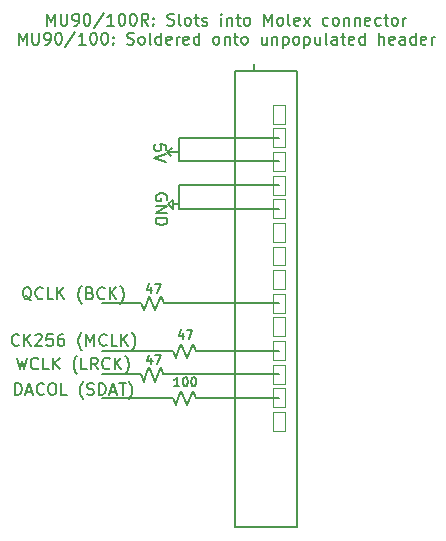
<source format=gbr>
%TF.GenerationSoftware,KiCad,Pcbnew,(6.0.1)*%
%TF.CreationDate,2022-07-17T11:53:55-07:00*%
%TF.ProjectId,mu100-dit-connector-board,6d753130-302d-4646-9974-2d636f6e6e65,rev?*%
%TF.SameCoordinates,PX4a615b8PY2b4db18*%
%TF.FileFunction,Other,Comment*%
%FSLAX46Y46*%
G04 Gerber Fmt 4.6, Leading zero omitted, Abs format (unit mm)*
G04 Created by KiCad (PCBNEW (6.0.1)) date 2022-07-17 11:53:55*
%MOMM*%
%LPD*%
G01*
G04 APERTURE LIST*
%ADD10C,0.150000*%
%ADD11C,0.100000*%
G04 APERTURE END LIST*
D10*
X71748400Y-72672000D02*
X71508400Y-73272000D01*
D11*
X80515900Y-76032000D02*
X79518400Y-76032000D01*
X79518400Y-76032000D02*
X79518400Y-74432000D01*
X79518400Y-74432000D02*
X80515900Y-74432000D01*
X80515900Y-74432000D02*
X80515900Y-76032000D01*
X80513400Y-58032000D02*
X79515900Y-58032000D01*
X79515900Y-58032000D02*
X79515900Y-56432000D01*
X79515900Y-56432000D02*
X80513400Y-56432000D01*
X80513400Y-56432000D02*
X80513400Y-58032000D01*
D10*
X72708400Y-72672000D02*
X72468400Y-73272000D01*
X69278400Y-71262000D02*
X69038400Y-70662000D01*
X73478400Y-65232000D02*
X79988400Y-65232000D01*
D11*
X80513400Y-64032000D02*
X79515900Y-64032000D01*
X79515900Y-64032000D02*
X79515900Y-62432000D01*
X79515900Y-62432000D02*
X80513400Y-62432000D01*
X80513400Y-62432000D02*
X80513400Y-64032000D01*
D10*
X70008400Y-64632000D02*
X69768400Y-65232000D01*
D11*
X80518400Y-60032000D02*
X79520900Y-60032000D01*
X79520900Y-60032000D02*
X79520900Y-58432000D01*
X79520900Y-58432000D02*
X80518400Y-58432000D01*
X80518400Y-58432000D02*
X80518400Y-60032000D01*
D10*
X73528400Y-53212000D02*
X71558400Y-53212000D01*
X77898400Y-44942000D02*
X77898400Y-45552000D01*
X72948400Y-69252000D02*
X72708400Y-68652000D01*
X71748400Y-68652000D02*
X71508400Y-69252000D01*
X70238400Y-71262000D02*
X69998400Y-70662000D01*
X67798400Y-65232000D02*
X68328400Y-65232000D01*
X69288400Y-65232000D02*
X69048400Y-64632000D01*
X70238400Y-71262000D02*
X70768400Y-71262000D01*
X68558400Y-71862000D02*
X68798400Y-71262000D01*
X68568400Y-65832000D02*
X68808400Y-65232000D01*
D11*
X80520900Y-74032000D02*
X79523400Y-74032000D01*
X79523400Y-74032000D02*
X79523400Y-72432000D01*
X79523400Y-72432000D02*
X80520900Y-72432000D01*
X80520900Y-72432000D02*
X80520900Y-74032000D01*
D10*
X69518400Y-71862000D02*
X69758400Y-71262000D01*
X67788400Y-71262000D02*
X68318400Y-71262000D01*
D11*
X80518400Y-56032000D02*
X79520900Y-56032000D01*
X79520900Y-56032000D02*
X79520900Y-54432000D01*
X79520900Y-54432000D02*
X80518400Y-54432000D01*
X80518400Y-54432000D02*
X80518400Y-56032000D01*
D10*
X72948400Y-69252000D02*
X73478400Y-69252000D01*
X70778400Y-65232000D02*
X73488400Y-65232000D01*
D11*
X80515900Y-52032000D02*
X79518400Y-52032000D01*
X79518400Y-52032000D02*
X79518400Y-50432000D01*
X79518400Y-50432000D02*
X80515900Y-50432000D01*
X80515900Y-50432000D02*
X80515900Y-52032000D01*
D10*
X70498400Y-69252000D02*
X71028400Y-69252000D01*
X68328400Y-65232000D02*
X68568400Y-65832000D01*
D11*
X80515900Y-56032000D02*
X79518400Y-56032000D01*
X79518400Y-56032000D02*
X79518400Y-54432000D01*
X79518400Y-54432000D02*
X80515900Y-54432000D01*
X80515900Y-54432000D02*
X80515900Y-56032000D01*
D10*
X68318400Y-71262000D02*
X68558400Y-71862000D01*
X72708400Y-68652000D02*
X72468400Y-69252000D01*
X69038400Y-70662000D02*
X68798400Y-71262000D01*
D11*
X80518400Y-66032000D02*
X79520900Y-66032000D01*
X79520900Y-66032000D02*
X79520900Y-64432000D01*
X79520900Y-64432000D02*
X80518400Y-64432000D01*
X80518400Y-64432000D02*
X80518400Y-66032000D01*
D10*
X72948400Y-73272000D02*
X73478400Y-73272000D01*
D11*
X80515900Y-68032000D02*
X79518400Y-68032000D01*
X79518400Y-68032000D02*
X79518400Y-66432000D01*
X79518400Y-66432000D02*
X80515900Y-66432000D01*
X80515900Y-66432000D02*
X80515900Y-68032000D01*
D10*
X71268400Y-73872000D02*
X71508400Y-73272000D01*
D11*
X80520900Y-68032000D02*
X79523400Y-68032000D01*
X79523400Y-68032000D02*
X79523400Y-66432000D01*
X79523400Y-66432000D02*
X80520900Y-66432000D01*
X80520900Y-66432000D02*
X80520900Y-68032000D01*
X80523400Y-72032000D02*
X79525900Y-72032000D01*
X79525900Y-72032000D02*
X79525900Y-70432000D01*
X79525900Y-70432000D02*
X80523400Y-70432000D01*
X80523400Y-70432000D02*
X80523400Y-72032000D01*
D10*
X69278400Y-71262000D02*
X69518400Y-71862000D01*
D11*
X80518400Y-70032000D02*
X79520900Y-70032000D01*
X79520900Y-70032000D02*
X79520900Y-68432000D01*
X79520900Y-68432000D02*
X80518400Y-68432000D01*
X80518400Y-68432000D02*
X80518400Y-70032000D01*
D10*
X72228400Y-69852000D02*
X72468400Y-69252000D01*
X73478400Y-71262000D02*
X79988400Y-71262000D01*
X73478400Y-53222000D02*
X79988400Y-53222000D01*
X71578400Y-55212000D02*
X73458400Y-55212000D01*
X72228400Y-73872000D02*
X72468400Y-73272000D01*
X71988400Y-69252000D02*
X71748400Y-68652000D01*
X73478400Y-69252000D02*
X79988400Y-69252000D01*
X71068400Y-56867000D02*
X71068400Y-57257000D01*
X71988400Y-73272000D02*
X71748400Y-72672000D01*
X73478400Y-51212000D02*
X71558400Y-51212000D01*
X71038400Y-57252000D02*
X70658400Y-56872000D01*
X73538400Y-57272000D02*
X71578400Y-57272000D01*
X71988400Y-69252000D02*
X72228400Y-69852000D01*
X69528400Y-65832000D02*
X69768400Y-65232000D01*
X69048400Y-64632000D02*
X68808400Y-65232000D01*
X71558400Y-53212000D02*
X71558400Y-52412000D01*
X71028400Y-73272000D02*
X71268400Y-73872000D01*
D11*
X80520900Y-54032000D02*
X79523400Y-54032000D01*
X79523400Y-54032000D02*
X79523400Y-52432000D01*
X79523400Y-52432000D02*
X80520900Y-52432000D01*
X80520900Y-52432000D02*
X80520900Y-54032000D01*
D10*
X70558400Y-52412000D02*
X71578400Y-52412000D01*
X73478400Y-55232000D02*
X79988400Y-55232000D01*
X71578400Y-57272000D02*
X71578400Y-55212000D01*
X70248400Y-65232000D02*
X70008400Y-64632000D01*
X70908400Y-52782000D02*
X70558400Y-52432000D01*
X65028400Y-65232000D02*
X67798400Y-65232000D01*
X70248400Y-65232000D02*
X70778400Y-65232000D01*
X71558400Y-51212000D02*
X71558400Y-52412000D01*
X71988400Y-73272000D02*
X72228400Y-73872000D01*
X73478400Y-73272000D02*
X79988400Y-73272000D01*
X70768400Y-71262000D02*
X73478400Y-71262000D01*
D11*
X80518400Y-50032000D02*
X79520900Y-50032000D01*
X79520900Y-50032000D02*
X79520900Y-48432000D01*
X79520900Y-48432000D02*
X80518400Y-48432000D01*
X80518400Y-48432000D02*
X80518400Y-50032000D01*
D10*
X71068400Y-56862000D02*
X71568400Y-56862000D01*
X65018400Y-73272000D02*
X71028400Y-73272000D01*
D11*
X80515900Y-62032000D02*
X79518400Y-62032000D01*
X79518400Y-62032000D02*
X79518400Y-60432000D01*
X79518400Y-60432000D02*
X80515900Y-60432000D01*
X80515900Y-60432000D02*
X80515900Y-62032000D01*
D10*
X72948400Y-73272000D02*
X72708400Y-72672000D01*
X71068400Y-56462000D02*
X71068400Y-56862000D01*
D11*
X80515900Y-62032000D02*
X79518400Y-62032000D01*
X79518400Y-62032000D02*
X79518400Y-60432000D01*
X79518400Y-60432000D02*
X80515900Y-60432000D01*
X80515900Y-60432000D02*
X80515900Y-62032000D01*
X80518400Y-74032000D02*
X79520900Y-74032000D01*
X79520900Y-74032000D02*
X79520900Y-72432000D01*
X79520900Y-72432000D02*
X80518400Y-72432000D01*
X80518400Y-72432000D02*
X80518400Y-74032000D01*
D10*
X65018400Y-69252000D02*
X70498400Y-69252000D01*
X65018400Y-71262000D02*
X67788400Y-71262000D01*
X69998400Y-70662000D02*
X69758400Y-71262000D01*
X71268400Y-69852000D02*
X71508400Y-69252000D01*
X70658400Y-56872000D02*
X71068400Y-56462000D01*
X73478400Y-57242000D02*
X79988400Y-57242000D01*
X73478400Y-51212000D02*
X79988400Y-51212000D01*
X70918400Y-52072000D02*
X70558400Y-52432000D01*
X69288400Y-65232000D02*
X69528400Y-65832000D01*
X81518400Y-84197000D02*
X76318400Y-84197000D01*
X76318400Y-84197000D02*
X76318400Y-45557000D01*
X76318400Y-45557000D02*
X81518400Y-45557000D01*
X81518400Y-45557000D02*
X81518400Y-84197000D01*
X71028400Y-69252000D02*
X71268400Y-69852000D01*
X57990542Y-68744142D02*
X57942923Y-68791761D01*
X57800066Y-68839380D01*
X57704828Y-68839380D01*
X57561971Y-68791761D01*
X57466733Y-68696523D01*
X57419114Y-68601285D01*
X57371495Y-68410809D01*
X57371495Y-68267952D01*
X57419114Y-68077476D01*
X57466733Y-67982238D01*
X57561971Y-67887000D01*
X57704828Y-67839380D01*
X57800066Y-67839380D01*
X57942923Y-67887000D01*
X57990542Y-67934619D01*
X58419114Y-68839380D02*
X58419114Y-67839380D01*
X58990542Y-68839380D02*
X58561971Y-68267952D01*
X58990542Y-67839380D02*
X58419114Y-68410809D01*
X59371495Y-67934619D02*
X59419114Y-67887000D01*
X59514352Y-67839380D01*
X59752447Y-67839380D01*
X59847685Y-67887000D01*
X59895304Y-67934619D01*
X59942923Y-68029857D01*
X59942923Y-68125095D01*
X59895304Y-68267952D01*
X59323876Y-68839380D01*
X59942923Y-68839380D01*
X60847685Y-67839380D02*
X60371495Y-67839380D01*
X60323876Y-68315571D01*
X60371495Y-68267952D01*
X60466733Y-68220333D01*
X60704828Y-68220333D01*
X60800066Y-68267952D01*
X60847685Y-68315571D01*
X60895304Y-68410809D01*
X60895304Y-68648904D01*
X60847685Y-68744142D01*
X60800066Y-68791761D01*
X60704828Y-68839380D01*
X60466733Y-68839380D01*
X60371495Y-68791761D01*
X60323876Y-68744142D01*
X61752447Y-67839380D02*
X61561971Y-67839380D01*
X61466733Y-67887000D01*
X61419114Y-67934619D01*
X61323876Y-68077476D01*
X61276257Y-68267952D01*
X61276257Y-68648904D01*
X61323876Y-68744142D01*
X61371495Y-68791761D01*
X61466733Y-68839380D01*
X61657209Y-68839380D01*
X61752447Y-68791761D01*
X61800066Y-68744142D01*
X61847685Y-68648904D01*
X61847685Y-68410809D01*
X61800066Y-68315571D01*
X61752447Y-68267952D01*
X61657209Y-68220333D01*
X61466733Y-68220333D01*
X61371495Y-68267952D01*
X61323876Y-68315571D01*
X61276257Y-68410809D01*
X63323876Y-69220333D02*
X63276257Y-69172714D01*
X63181019Y-69029857D01*
X63133400Y-68934619D01*
X63085780Y-68791761D01*
X63038161Y-68553666D01*
X63038161Y-68363190D01*
X63085780Y-68125095D01*
X63133400Y-67982238D01*
X63181019Y-67887000D01*
X63276257Y-67744142D01*
X63323876Y-67696523D01*
X63704828Y-68839380D02*
X63704828Y-67839380D01*
X64038161Y-68553666D01*
X64371495Y-67839380D01*
X64371495Y-68839380D01*
X65419114Y-68744142D02*
X65371495Y-68791761D01*
X65228638Y-68839380D01*
X65133400Y-68839380D01*
X64990542Y-68791761D01*
X64895304Y-68696523D01*
X64847685Y-68601285D01*
X64800066Y-68410809D01*
X64800066Y-68267952D01*
X64847685Y-68077476D01*
X64895304Y-67982238D01*
X64990542Y-67887000D01*
X65133400Y-67839380D01*
X65228638Y-67839380D01*
X65371495Y-67887000D01*
X65419114Y-67934619D01*
X66323876Y-68839380D02*
X65847685Y-68839380D01*
X65847685Y-67839380D01*
X66657209Y-68839380D02*
X66657209Y-67839380D01*
X67228638Y-68839380D02*
X66800066Y-68267952D01*
X67228638Y-67839380D02*
X66657209Y-68410809D01*
X67561971Y-69220333D02*
X67609590Y-69172714D01*
X67704828Y-69029857D01*
X67752447Y-68934619D01*
X67800066Y-68791761D01*
X67847685Y-68553666D01*
X67847685Y-68363190D01*
X67800066Y-68125095D01*
X67752447Y-67982238D01*
X67704828Y-67887000D01*
X67609590Y-67744142D01*
X67561971Y-67696523D01*
X59061971Y-64984619D02*
X58966733Y-64937000D01*
X58871495Y-64841761D01*
X58728638Y-64698904D01*
X58633400Y-64651285D01*
X58538161Y-64651285D01*
X58585780Y-64889380D02*
X58490542Y-64841761D01*
X58395304Y-64746523D01*
X58347685Y-64556047D01*
X58347685Y-64222714D01*
X58395304Y-64032238D01*
X58490542Y-63937000D01*
X58585780Y-63889380D01*
X58776257Y-63889380D01*
X58871495Y-63937000D01*
X58966733Y-64032238D01*
X59014352Y-64222714D01*
X59014352Y-64556047D01*
X58966733Y-64746523D01*
X58871495Y-64841761D01*
X58776257Y-64889380D01*
X58585780Y-64889380D01*
X60014352Y-64794142D02*
X59966733Y-64841761D01*
X59823876Y-64889380D01*
X59728638Y-64889380D01*
X59585780Y-64841761D01*
X59490542Y-64746523D01*
X59442923Y-64651285D01*
X59395304Y-64460809D01*
X59395304Y-64317952D01*
X59442923Y-64127476D01*
X59490542Y-64032238D01*
X59585780Y-63937000D01*
X59728638Y-63889380D01*
X59823876Y-63889380D01*
X59966733Y-63937000D01*
X60014352Y-63984619D01*
X60919114Y-64889380D02*
X60442923Y-64889380D01*
X60442923Y-63889380D01*
X61252447Y-64889380D02*
X61252447Y-63889380D01*
X61823876Y-64889380D02*
X61395304Y-64317952D01*
X61823876Y-63889380D02*
X61252447Y-64460809D01*
X63300066Y-65270333D02*
X63252447Y-65222714D01*
X63157209Y-65079857D01*
X63109590Y-64984619D01*
X63061971Y-64841761D01*
X63014352Y-64603666D01*
X63014352Y-64413190D01*
X63061971Y-64175095D01*
X63109590Y-64032238D01*
X63157209Y-63937000D01*
X63252447Y-63794142D01*
X63300066Y-63746523D01*
X64014352Y-64365571D02*
X64157209Y-64413190D01*
X64204828Y-64460809D01*
X64252447Y-64556047D01*
X64252447Y-64698904D01*
X64204828Y-64794142D01*
X64157209Y-64841761D01*
X64061971Y-64889380D01*
X63681019Y-64889380D01*
X63681019Y-63889380D01*
X64014352Y-63889380D01*
X64109590Y-63937000D01*
X64157209Y-63984619D01*
X64204828Y-64079857D01*
X64204828Y-64175095D01*
X64157209Y-64270333D01*
X64109590Y-64317952D01*
X64014352Y-64365571D01*
X63681019Y-64365571D01*
X65252447Y-64794142D02*
X65204828Y-64841761D01*
X65061971Y-64889380D01*
X64966733Y-64889380D01*
X64823876Y-64841761D01*
X64728638Y-64746523D01*
X64681019Y-64651285D01*
X64633400Y-64460809D01*
X64633400Y-64317952D01*
X64681019Y-64127476D01*
X64728638Y-64032238D01*
X64823876Y-63937000D01*
X64966733Y-63889380D01*
X65061971Y-63889380D01*
X65204828Y-63937000D01*
X65252447Y-63984619D01*
X65681019Y-64889380D02*
X65681019Y-63889380D01*
X66252447Y-64889380D02*
X65823876Y-64317952D01*
X66252447Y-63889380D02*
X65681019Y-64460809D01*
X66585780Y-65270333D02*
X66633400Y-65222714D01*
X66728638Y-65079857D01*
X66776257Y-64984619D01*
X66823876Y-64841761D01*
X66871495Y-64603666D01*
X66871495Y-64413190D01*
X66823876Y-64175095D01*
X66776257Y-64032238D01*
X66728638Y-63937000D01*
X66633400Y-63794142D01*
X66585780Y-63746523D01*
X70523400Y-56505095D02*
X70571019Y-56409857D01*
X70571019Y-56267000D01*
X70523400Y-56124142D01*
X70428161Y-56028904D01*
X70332923Y-55981285D01*
X70142447Y-55933666D01*
X69999590Y-55933666D01*
X69809114Y-55981285D01*
X69713876Y-56028904D01*
X69618638Y-56124142D01*
X69571019Y-56267000D01*
X69571019Y-56362238D01*
X69618638Y-56505095D01*
X69666257Y-56552714D01*
X69999590Y-56552714D01*
X69999590Y-56362238D01*
X69571019Y-56981285D02*
X70571019Y-56981285D01*
X69571019Y-57552714D01*
X70571019Y-57552714D01*
X69571019Y-58028904D02*
X70571019Y-58028904D01*
X70571019Y-58267000D01*
X70523400Y-58409857D01*
X70428161Y-58505095D01*
X70332923Y-58552714D01*
X70142447Y-58600333D01*
X69999590Y-58600333D01*
X69809114Y-58552714D01*
X69713876Y-58505095D01*
X69618638Y-58409857D01*
X69571019Y-58267000D01*
X69571019Y-58028904D01*
X69209114Y-69876285D02*
X69209114Y-70376285D01*
X69030542Y-69590571D02*
X68851971Y-70126285D01*
X69316257Y-70126285D01*
X69530542Y-69626285D02*
X70030542Y-69626285D01*
X69709114Y-70376285D01*
X71583400Y-72256285D02*
X71154828Y-72256285D01*
X71369114Y-72256285D02*
X71369114Y-71506285D01*
X71297685Y-71613428D01*
X71226257Y-71684857D01*
X71154828Y-71720571D01*
X72047685Y-71506285D02*
X72119114Y-71506285D01*
X72190542Y-71542000D01*
X72226257Y-71577714D01*
X72261971Y-71649142D01*
X72297685Y-71792000D01*
X72297685Y-71970571D01*
X72261971Y-72113428D01*
X72226257Y-72184857D01*
X72190542Y-72220571D01*
X72119114Y-72256285D01*
X72047685Y-72256285D01*
X71976257Y-72220571D01*
X71940542Y-72184857D01*
X71904828Y-72113428D01*
X71869114Y-71970571D01*
X71869114Y-71792000D01*
X71904828Y-71649142D01*
X71940542Y-71577714D01*
X71976257Y-71542000D01*
X72047685Y-71506285D01*
X72761971Y-71506285D02*
X72833400Y-71506285D01*
X72904828Y-71542000D01*
X72940542Y-71577714D01*
X72976257Y-71649142D01*
X73011971Y-71792000D01*
X73011971Y-71970571D01*
X72976257Y-72113428D01*
X72940542Y-72184857D01*
X72904828Y-72220571D01*
X72833400Y-72256285D01*
X72761971Y-72256285D01*
X72690542Y-72220571D01*
X72654828Y-72184857D01*
X72619114Y-72113428D01*
X72583400Y-71970571D01*
X72583400Y-71792000D01*
X72619114Y-71649142D01*
X72654828Y-71577714D01*
X72690542Y-71542000D01*
X72761971Y-71506285D01*
X57681019Y-72999380D02*
X57681019Y-71999380D01*
X57919114Y-71999380D01*
X58061971Y-72047000D01*
X58157209Y-72142238D01*
X58204828Y-72237476D01*
X58252447Y-72427952D01*
X58252447Y-72570809D01*
X58204828Y-72761285D01*
X58157209Y-72856523D01*
X58061971Y-72951761D01*
X57919114Y-72999380D01*
X57681019Y-72999380D01*
X58633400Y-72713666D02*
X59109590Y-72713666D01*
X58538161Y-72999380D02*
X58871495Y-71999380D01*
X59204828Y-72999380D01*
X60109590Y-72904142D02*
X60061971Y-72951761D01*
X59919114Y-72999380D01*
X59823876Y-72999380D01*
X59681019Y-72951761D01*
X59585780Y-72856523D01*
X59538161Y-72761285D01*
X59490542Y-72570809D01*
X59490542Y-72427952D01*
X59538161Y-72237476D01*
X59585780Y-72142238D01*
X59681019Y-72047000D01*
X59823876Y-71999380D01*
X59919114Y-71999380D01*
X60061971Y-72047000D01*
X60109590Y-72094619D01*
X60728638Y-71999380D02*
X60919114Y-71999380D01*
X61014352Y-72047000D01*
X61109590Y-72142238D01*
X61157209Y-72332714D01*
X61157209Y-72666047D01*
X61109590Y-72856523D01*
X61014352Y-72951761D01*
X60919114Y-72999380D01*
X60728638Y-72999380D01*
X60633400Y-72951761D01*
X60538161Y-72856523D01*
X60490542Y-72666047D01*
X60490542Y-72332714D01*
X60538161Y-72142238D01*
X60633400Y-72047000D01*
X60728638Y-71999380D01*
X62061971Y-72999380D02*
X61585780Y-72999380D01*
X61585780Y-71999380D01*
X63442923Y-73380333D02*
X63395304Y-73332714D01*
X63300066Y-73189857D01*
X63252447Y-73094619D01*
X63204828Y-72951761D01*
X63157209Y-72713666D01*
X63157209Y-72523190D01*
X63204828Y-72285095D01*
X63252447Y-72142238D01*
X63300066Y-72047000D01*
X63395304Y-71904142D01*
X63442923Y-71856523D01*
X63776257Y-72951761D02*
X63919114Y-72999380D01*
X64157209Y-72999380D01*
X64252447Y-72951761D01*
X64300066Y-72904142D01*
X64347685Y-72808904D01*
X64347685Y-72713666D01*
X64300066Y-72618428D01*
X64252447Y-72570809D01*
X64157209Y-72523190D01*
X63966733Y-72475571D01*
X63871495Y-72427952D01*
X63823876Y-72380333D01*
X63776257Y-72285095D01*
X63776257Y-72189857D01*
X63823876Y-72094619D01*
X63871495Y-72047000D01*
X63966733Y-71999380D01*
X64204828Y-71999380D01*
X64347685Y-72047000D01*
X64776257Y-72999380D02*
X64776257Y-71999380D01*
X65014352Y-71999380D01*
X65157209Y-72047000D01*
X65252447Y-72142238D01*
X65300066Y-72237476D01*
X65347685Y-72427952D01*
X65347685Y-72570809D01*
X65300066Y-72761285D01*
X65252447Y-72856523D01*
X65157209Y-72951761D01*
X65014352Y-72999380D01*
X64776257Y-72999380D01*
X65728638Y-72713666D02*
X66204828Y-72713666D01*
X65633400Y-72999380D02*
X65966733Y-71999380D01*
X66300066Y-72999380D01*
X66490542Y-71999380D02*
X67061971Y-71999380D01*
X66776257Y-72999380D02*
X66776257Y-71999380D01*
X67300066Y-73380333D02*
X67347685Y-73332714D01*
X67442923Y-73189857D01*
X67490542Y-73094619D01*
X67538161Y-72951761D01*
X67585780Y-72713666D01*
X67585780Y-72523190D01*
X67538161Y-72285095D01*
X67490542Y-72142238D01*
X67442923Y-72047000D01*
X67347685Y-71904142D01*
X67300066Y-71856523D01*
X60382142Y-41722380D02*
X60382142Y-40722380D01*
X60715476Y-41436666D01*
X61048809Y-40722380D01*
X61048809Y-41722380D01*
X61524999Y-40722380D02*
X61524999Y-41531904D01*
X61572619Y-41627142D01*
X61620238Y-41674761D01*
X61715476Y-41722380D01*
X61905952Y-41722380D01*
X62001190Y-41674761D01*
X62048809Y-41627142D01*
X62096428Y-41531904D01*
X62096428Y-40722380D01*
X62620238Y-41722380D02*
X62810714Y-41722380D01*
X62905952Y-41674761D01*
X62953571Y-41627142D01*
X63048809Y-41484285D01*
X63096428Y-41293809D01*
X63096428Y-40912857D01*
X63048809Y-40817619D01*
X63001190Y-40770000D01*
X62905952Y-40722380D01*
X62715476Y-40722380D01*
X62620238Y-40770000D01*
X62572619Y-40817619D01*
X62524999Y-40912857D01*
X62524999Y-41150952D01*
X62572619Y-41246190D01*
X62620238Y-41293809D01*
X62715476Y-41341428D01*
X62905952Y-41341428D01*
X63001190Y-41293809D01*
X63048809Y-41246190D01*
X63096428Y-41150952D01*
X63715476Y-40722380D02*
X63810714Y-40722380D01*
X63905952Y-40770000D01*
X63953571Y-40817619D01*
X64001190Y-40912857D01*
X64048809Y-41103333D01*
X64048809Y-41341428D01*
X64001190Y-41531904D01*
X63953571Y-41627142D01*
X63905952Y-41674761D01*
X63810714Y-41722380D01*
X63715476Y-41722380D01*
X63620238Y-41674761D01*
X63572619Y-41627142D01*
X63524999Y-41531904D01*
X63477380Y-41341428D01*
X63477380Y-41103333D01*
X63524999Y-40912857D01*
X63572619Y-40817619D01*
X63620238Y-40770000D01*
X63715476Y-40722380D01*
X65191666Y-40674761D02*
X64334523Y-41960476D01*
X66048809Y-41722380D02*
X65477380Y-41722380D01*
X65763095Y-41722380D02*
X65763095Y-40722380D01*
X65667857Y-40865238D01*
X65572619Y-40960476D01*
X65477380Y-41008095D01*
X66667857Y-40722380D02*
X66763095Y-40722380D01*
X66858333Y-40770000D01*
X66905952Y-40817619D01*
X66953571Y-40912857D01*
X67001190Y-41103333D01*
X67001190Y-41341428D01*
X66953571Y-41531904D01*
X66905952Y-41627142D01*
X66858333Y-41674761D01*
X66763095Y-41722380D01*
X66667857Y-41722380D01*
X66572619Y-41674761D01*
X66524999Y-41627142D01*
X66477380Y-41531904D01*
X66429761Y-41341428D01*
X66429761Y-41103333D01*
X66477380Y-40912857D01*
X66524999Y-40817619D01*
X66572619Y-40770000D01*
X66667857Y-40722380D01*
X67620238Y-40722380D02*
X67715476Y-40722380D01*
X67810714Y-40770000D01*
X67858333Y-40817619D01*
X67905952Y-40912857D01*
X67953571Y-41103333D01*
X67953571Y-41341428D01*
X67905952Y-41531904D01*
X67858333Y-41627142D01*
X67810714Y-41674761D01*
X67715476Y-41722380D01*
X67620238Y-41722380D01*
X67525000Y-41674761D01*
X67477380Y-41627142D01*
X67429761Y-41531904D01*
X67382142Y-41341428D01*
X67382142Y-41103333D01*
X67429761Y-40912857D01*
X67477380Y-40817619D01*
X67525000Y-40770000D01*
X67620238Y-40722380D01*
X68953571Y-41722380D02*
X68620238Y-41246190D01*
X68382142Y-41722380D02*
X68382142Y-40722380D01*
X68763095Y-40722380D01*
X68858333Y-40770000D01*
X68905952Y-40817619D01*
X68953571Y-40912857D01*
X68953571Y-41055714D01*
X68905952Y-41150952D01*
X68858333Y-41198571D01*
X68763095Y-41246190D01*
X68382142Y-41246190D01*
X69382142Y-41627142D02*
X69429761Y-41674761D01*
X69382142Y-41722380D01*
X69334523Y-41674761D01*
X69382142Y-41627142D01*
X69382142Y-41722380D01*
X69382142Y-41103333D02*
X69429761Y-41150952D01*
X69382142Y-41198571D01*
X69334523Y-41150952D01*
X69382142Y-41103333D01*
X69382142Y-41198571D01*
X70572619Y-41674761D02*
X70715476Y-41722380D01*
X70953571Y-41722380D01*
X71048809Y-41674761D01*
X71096428Y-41627142D01*
X71144047Y-41531904D01*
X71144047Y-41436666D01*
X71096428Y-41341428D01*
X71048809Y-41293809D01*
X70953571Y-41246190D01*
X70763095Y-41198571D01*
X70667857Y-41150952D01*
X70620238Y-41103333D01*
X70572619Y-41008095D01*
X70572619Y-40912857D01*
X70620238Y-40817619D01*
X70667857Y-40770000D01*
X70763095Y-40722380D01*
X71001190Y-40722380D01*
X71144047Y-40770000D01*
X71715476Y-41722380D02*
X71620238Y-41674761D01*
X71572619Y-41579523D01*
X71572619Y-40722380D01*
X72239285Y-41722380D02*
X72144047Y-41674761D01*
X72096428Y-41627142D01*
X72048809Y-41531904D01*
X72048809Y-41246190D01*
X72096428Y-41150952D01*
X72144047Y-41103333D01*
X72239285Y-41055714D01*
X72382142Y-41055714D01*
X72477380Y-41103333D01*
X72524999Y-41150952D01*
X72572619Y-41246190D01*
X72572619Y-41531904D01*
X72524999Y-41627142D01*
X72477380Y-41674761D01*
X72382142Y-41722380D01*
X72239285Y-41722380D01*
X72858333Y-41055714D02*
X73239285Y-41055714D01*
X73001190Y-40722380D02*
X73001190Y-41579523D01*
X73048809Y-41674761D01*
X73144047Y-41722380D01*
X73239285Y-41722380D01*
X73524999Y-41674761D02*
X73620238Y-41722380D01*
X73810714Y-41722380D01*
X73905952Y-41674761D01*
X73953571Y-41579523D01*
X73953571Y-41531904D01*
X73905952Y-41436666D01*
X73810714Y-41389047D01*
X73667857Y-41389047D01*
X73572619Y-41341428D01*
X73524999Y-41246190D01*
X73524999Y-41198571D01*
X73572619Y-41103333D01*
X73667857Y-41055714D01*
X73810714Y-41055714D01*
X73905952Y-41103333D01*
X75144047Y-41722380D02*
X75144047Y-41055714D01*
X75144047Y-40722380D02*
X75096428Y-40770000D01*
X75144047Y-40817619D01*
X75191666Y-40770000D01*
X75144047Y-40722380D01*
X75144047Y-40817619D01*
X75620238Y-41055714D02*
X75620238Y-41722380D01*
X75620238Y-41150952D02*
X75667857Y-41103333D01*
X75763095Y-41055714D01*
X75905952Y-41055714D01*
X76001190Y-41103333D01*
X76048809Y-41198571D01*
X76048809Y-41722380D01*
X76382142Y-41055714D02*
X76763095Y-41055714D01*
X76524999Y-40722380D02*
X76524999Y-41579523D01*
X76572619Y-41674761D01*
X76667857Y-41722380D01*
X76763095Y-41722380D01*
X77239285Y-41722380D02*
X77144047Y-41674761D01*
X77096428Y-41627142D01*
X77048809Y-41531904D01*
X77048809Y-41246190D01*
X77096428Y-41150952D01*
X77144047Y-41103333D01*
X77239285Y-41055714D01*
X77382142Y-41055714D01*
X77477380Y-41103333D01*
X77524999Y-41150952D01*
X77572619Y-41246190D01*
X77572619Y-41531904D01*
X77524999Y-41627142D01*
X77477380Y-41674761D01*
X77382142Y-41722380D01*
X77239285Y-41722380D01*
X78763095Y-41722380D02*
X78763095Y-40722380D01*
X79096428Y-41436666D01*
X79429761Y-40722380D01*
X79429761Y-41722380D01*
X80048809Y-41722380D02*
X79953571Y-41674761D01*
X79905952Y-41627142D01*
X79858333Y-41531904D01*
X79858333Y-41246190D01*
X79905952Y-41150952D01*
X79953571Y-41103333D01*
X80048809Y-41055714D01*
X80191666Y-41055714D01*
X80286904Y-41103333D01*
X80334523Y-41150952D01*
X80382142Y-41246190D01*
X80382142Y-41531904D01*
X80334523Y-41627142D01*
X80286904Y-41674761D01*
X80191666Y-41722380D01*
X80048809Y-41722380D01*
X80953571Y-41722380D02*
X80858333Y-41674761D01*
X80810714Y-41579523D01*
X80810714Y-40722380D01*
X81715476Y-41674761D02*
X81620238Y-41722380D01*
X81429761Y-41722380D01*
X81334523Y-41674761D01*
X81286904Y-41579523D01*
X81286904Y-41198571D01*
X81334523Y-41103333D01*
X81429761Y-41055714D01*
X81620238Y-41055714D01*
X81715476Y-41103333D01*
X81763095Y-41198571D01*
X81763095Y-41293809D01*
X81286904Y-41389047D01*
X82096428Y-41722380D02*
X82620238Y-41055714D01*
X82096428Y-41055714D02*
X82620238Y-41722380D01*
X84191666Y-41674761D02*
X84096428Y-41722380D01*
X83905952Y-41722380D01*
X83810714Y-41674761D01*
X83763095Y-41627142D01*
X83715476Y-41531904D01*
X83715476Y-41246190D01*
X83763095Y-41150952D01*
X83810714Y-41103333D01*
X83905952Y-41055714D01*
X84096428Y-41055714D01*
X84191666Y-41103333D01*
X84763095Y-41722380D02*
X84667857Y-41674761D01*
X84620238Y-41627142D01*
X84572619Y-41531904D01*
X84572619Y-41246190D01*
X84620238Y-41150952D01*
X84667857Y-41103333D01*
X84763095Y-41055714D01*
X84905952Y-41055714D01*
X85001190Y-41103333D01*
X85048809Y-41150952D01*
X85096428Y-41246190D01*
X85096428Y-41531904D01*
X85048809Y-41627142D01*
X85001190Y-41674761D01*
X84905952Y-41722380D01*
X84763095Y-41722380D01*
X85524999Y-41055714D02*
X85524999Y-41722380D01*
X85524999Y-41150952D02*
X85572619Y-41103333D01*
X85667857Y-41055714D01*
X85810714Y-41055714D01*
X85905952Y-41103333D01*
X85953571Y-41198571D01*
X85953571Y-41722380D01*
X86429761Y-41055714D02*
X86429761Y-41722380D01*
X86429761Y-41150952D02*
X86477380Y-41103333D01*
X86572619Y-41055714D01*
X86715476Y-41055714D01*
X86810714Y-41103333D01*
X86858333Y-41198571D01*
X86858333Y-41722380D01*
X87715476Y-41674761D02*
X87620238Y-41722380D01*
X87429761Y-41722380D01*
X87334523Y-41674761D01*
X87286904Y-41579523D01*
X87286904Y-41198571D01*
X87334523Y-41103333D01*
X87429761Y-41055714D01*
X87620238Y-41055714D01*
X87715476Y-41103333D01*
X87763095Y-41198571D01*
X87763095Y-41293809D01*
X87286904Y-41389047D01*
X88620238Y-41674761D02*
X88524999Y-41722380D01*
X88334523Y-41722380D01*
X88239285Y-41674761D01*
X88191666Y-41627142D01*
X88144047Y-41531904D01*
X88144047Y-41246190D01*
X88191666Y-41150952D01*
X88239285Y-41103333D01*
X88334523Y-41055714D01*
X88524999Y-41055714D01*
X88620238Y-41103333D01*
X88905952Y-41055714D02*
X89286904Y-41055714D01*
X89048809Y-40722380D02*
X89048809Y-41579523D01*
X89096428Y-41674761D01*
X89191666Y-41722380D01*
X89286904Y-41722380D01*
X89763095Y-41722380D02*
X89667857Y-41674761D01*
X89620238Y-41627142D01*
X89572619Y-41531904D01*
X89572619Y-41246190D01*
X89620238Y-41150952D01*
X89667857Y-41103333D01*
X89763095Y-41055714D01*
X89905952Y-41055714D01*
X90001190Y-41103333D01*
X90048809Y-41150952D01*
X90096428Y-41246190D01*
X90096428Y-41531904D01*
X90048809Y-41627142D01*
X90001190Y-41674761D01*
X89905952Y-41722380D01*
X89763095Y-41722380D01*
X90524999Y-41722380D02*
X90524999Y-41055714D01*
X90524999Y-41246190D02*
X90572619Y-41150952D01*
X90620238Y-41103333D01*
X90715476Y-41055714D01*
X90810714Y-41055714D01*
X57977380Y-43332380D02*
X57977380Y-42332380D01*
X58310714Y-43046666D01*
X58644047Y-42332380D01*
X58644047Y-43332380D01*
X59120238Y-42332380D02*
X59120238Y-43141904D01*
X59167857Y-43237142D01*
X59215476Y-43284761D01*
X59310714Y-43332380D01*
X59501190Y-43332380D01*
X59596428Y-43284761D01*
X59644047Y-43237142D01*
X59691666Y-43141904D01*
X59691666Y-42332380D01*
X60215476Y-43332380D02*
X60405952Y-43332380D01*
X60501190Y-43284761D01*
X60548809Y-43237142D01*
X60644047Y-43094285D01*
X60691666Y-42903809D01*
X60691666Y-42522857D01*
X60644047Y-42427619D01*
X60596428Y-42380000D01*
X60501190Y-42332380D01*
X60310714Y-42332380D01*
X60215476Y-42380000D01*
X60167857Y-42427619D01*
X60120238Y-42522857D01*
X60120238Y-42760952D01*
X60167857Y-42856190D01*
X60215476Y-42903809D01*
X60310714Y-42951428D01*
X60501190Y-42951428D01*
X60596428Y-42903809D01*
X60644047Y-42856190D01*
X60691666Y-42760952D01*
X61310714Y-42332380D02*
X61405952Y-42332380D01*
X61501190Y-42380000D01*
X61548809Y-42427619D01*
X61596428Y-42522857D01*
X61644047Y-42713333D01*
X61644047Y-42951428D01*
X61596428Y-43141904D01*
X61548809Y-43237142D01*
X61501190Y-43284761D01*
X61405952Y-43332380D01*
X61310714Y-43332380D01*
X61215476Y-43284761D01*
X61167857Y-43237142D01*
X61120238Y-43141904D01*
X61072619Y-42951428D01*
X61072619Y-42713333D01*
X61120238Y-42522857D01*
X61167857Y-42427619D01*
X61215476Y-42380000D01*
X61310714Y-42332380D01*
X62786904Y-42284761D02*
X61929761Y-43570476D01*
X63644047Y-43332380D02*
X63072619Y-43332380D01*
X63358333Y-43332380D02*
X63358333Y-42332380D01*
X63263095Y-42475238D01*
X63167857Y-42570476D01*
X63072619Y-42618095D01*
X64263095Y-42332380D02*
X64358333Y-42332380D01*
X64453571Y-42380000D01*
X64501190Y-42427619D01*
X64548809Y-42522857D01*
X64596428Y-42713333D01*
X64596428Y-42951428D01*
X64548809Y-43141904D01*
X64501190Y-43237142D01*
X64453571Y-43284761D01*
X64358333Y-43332380D01*
X64263095Y-43332380D01*
X64167857Y-43284761D01*
X64120238Y-43237142D01*
X64072619Y-43141904D01*
X64024999Y-42951428D01*
X64024999Y-42713333D01*
X64072619Y-42522857D01*
X64120238Y-42427619D01*
X64167857Y-42380000D01*
X64263095Y-42332380D01*
X65215476Y-42332380D02*
X65310714Y-42332380D01*
X65405952Y-42380000D01*
X65453571Y-42427619D01*
X65501190Y-42522857D01*
X65548809Y-42713333D01*
X65548809Y-42951428D01*
X65501190Y-43141904D01*
X65453571Y-43237142D01*
X65405952Y-43284761D01*
X65310714Y-43332380D01*
X65215476Y-43332380D01*
X65120238Y-43284761D01*
X65072619Y-43237142D01*
X65024999Y-43141904D01*
X64977380Y-42951428D01*
X64977380Y-42713333D01*
X65024999Y-42522857D01*
X65072619Y-42427619D01*
X65120238Y-42380000D01*
X65215476Y-42332380D01*
X65977380Y-43237142D02*
X66024999Y-43284761D01*
X65977380Y-43332380D01*
X65929761Y-43284761D01*
X65977380Y-43237142D01*
X65977380Y-43332380D01*
X65977380Y-42713333D02*
X66024999Y-42760952D01*
X65977380Y-42808571D01*
X65929761Y-42760952D01*
X65977380Y-42713333D01*
X65977380Y-42808571D01*
X67167857Y-43284761D02*
X67310714Y-43332380D01*
X67548809Y-43332380D01*
X67644047Y-43284761D01*
X67691666Y-43237142D01*
X67739285Y-43141904D01*
X67739285Y-43046666D01*
X67691666Y-42951428D01*
X67644047Y-42903809D01*
X67548809Y-42856190D01*
X67358333Y-42808571D01*
X67263095Y-42760952D01*
X67215476Y-42713333D01*
X67167857Y-42618095D01*
X67167857Y-42522857D01*
X67215476Y-42427619D01*
X67263095Y-42380000D01*
X67358333Y-42332380D01*
X67596428Y-42332380D01*
X67739285Y-42380000D01*
X68310714Y-43332380D02*
X68215476Y-43284761D01*
X68167857Y-43237142D01*
X68120238Y-43141904D01*
X68120238Y-42856190D01*
X68167857Y-42760952D01*
X68215476Y-42713333D01*
X68310714Y-42665714D01*
X68453571Y-42665714D01*
X68548809Y-42713333D01*
X68596428Y-42760952D01*
X68644047Y-42856190D01*
X68644047Y-43141904D01*
X68596428Y-43237142D01*
X68548809Y-43284761D01*
X68453571Y-43332380D01*
X68310714Y-43332380D01*
X69215476Y-43332380D02*
X69120238Y-43284761D01*
X69072619Y-43189523D01*
X69072619Y-42332380D01*
X70025000Y-43332380D02*
X70025000Y-42332380D01*
X70025000Y-43284761D02*
X69929761Y-43332380D01*
X69739285Y-43332380D01*
X69644047Y-43284761D01*
X69596428Y-43237142D01*
X69548809Y-43141904D01*
X69548809Y-42856190D01*
X69596428Y-42760952D01*
X69644047Y-42713333D01*
X69739285Y-42665714D01*
X69929761Y-42665714D01*
X70025000Y-42713333D01*
X70882142Y-43284761D02*
X70786904Y-43332380D01*
X70596428Y-43332380D01*
X70501190Y-43284761D01*
X70453571Y-43189523D01*
X70453571Y-42808571D01*
X70501190Y-42713333D01*
X70596428Y-42665714D01*
X70786904Y-42665714D01*
X70882142Y-42713333D01*
X70929761Y-42808571D01*
X70929761Y-42903809D01*
X70453571Y-42999047D01*
X71358333Y-43332380D02*
X71358333Y-42665714D01*
X71358333Y-42856190D02*
X71405952Y-42760952D01*
X71453571Y-42713333D01*
X71548809Y-42665714D01*
X71644047Y-42665714D01*
X72358333Y-43284761D02*
X72263095Y-43332380D01*
X72072619Y-43332380D01*
X71977380Y-43284761D01*
X71929761Y-43189523D01*
X71929761Y-42808571D01*
X71977380Y-42713333D01*
X72072619Y-42665714D01*
X72263095Y-42665714D01*
X72358333Y-42713333D01*
X72405952Y-42808571D01*
X72405952Y-42903809D01*
X71929761Y-42999047D01*
X73263095Y-43332380D02*
X73263095Y-42332380D01*
X73263095Y-43284761D02*
X73167857Y-43332380D01*
X72977380Y-43332380D01*
X72882142Y-43284761D01*
X72834523Y-43237142D01*
X72786904Y-43141904D01*
X72786904Y-42856190D01*
X72834523Y-42760952D01*
X72882142Y-42713333D01*
X72977380Y-42665714D01*
X73167857Y-42665714D01*
X73263095Y-42713333D01*
X74644047Y-43332380D02*
X74548809Y-43284761D01*
X74501190Y-43237142D01*
X74453571Y-43141904D01*
X74453571Y-42856190D01*
X74501190Y-42760952D01*
X74548809Y-42713333D01*
X74644047Y-42665714D01*
X74786904Y-42665714D01*
X74882142Y-42713333D01*
X74929761Y-42760952D01*
X74977380Y-42856190D01*
X74977380Y-43141904D01*
X74929761Y-43237142D01*
X74882142Y-43284761D01*
X74786904Y-43332380D01*
X74644047Y-43332380D01*
X75405952Y-42665714D02*
X75405952Y-43332380D01*
X75405952Y-42760952D02*
X75453571Y-42713333D01*
X75548809Y-42665714D01*
X75691666Y-42665714D01*
X75786904Y-42713333D01*
X75834523Y-42808571D01*
X75834523Y-43332380D01*
X76167857Y-42665714D02*
X76548809Y-42665714D01*
X76310714Y-42332380D02*
X76310714Y-43189523D01*
X76358333Y-43284761D01*
X76453571Y-43332380D01*
X76548809Y-43332380D01*
X77024999Y-43332380D02*
X76929761Y-43284761D01*
X76882142Y-43237142D01*
X76834523Y-43141904D01*
X76834523Y-42856190D01*
X76882142Y-42760952D01*
X76929761Y-42713333D01*
X77024999Y-42665714D01*
X77167857Y-42665714D01*
X77263095Y-42713333D01*
X77310714Y-42760952D01*
X77358333Y-42856190D01*
X77358333Y-43141904D01*
X77310714Y-43237142D01*
X77263095Y-43284761D01*
X77167857Y-43332380D01*
X77024999Y-43332380D01*
X78977380Y-42665714D02*
X78977380Y-43332380D01*
X78548809Y-42665714D02*
X78548809Y-43189523D01*
X78596428Y-43284761D01*
X78691666Y-43332380D01*
X78834523Y-43332380D01*
X78929761Y-43284761D01*
X78977380Y-43237142D01*
X79453571Y-42665714D02*
X79453571Y-43332380D01*
X79453571Y-42760952D02*
X79501190Y-42713333D01*
X79596428Y-42665714D01*
X79739285Y-42665714D01*
X79834523Y-42713333D01*
X79882142Y-42808571D01*
X79882142Y-43332380D01*
X80358333Y-42665714D02*
X80358333Y-43665714D01*
X80358333Y-42713333D02*
X80453571Y-42665714D01*
X80644047Y-42665714D01*
X80739285Y-42713333D01*
X80786904Y-42760952D01*
X80834523Y-42856190D01*
X80834523Y-43141904D01*
X80786904Y-43237142D01*
X80739285Y-43284761D01*
X80644047Y-43332380D01*
X80453571Y-43332380D01*
X80358333Y-43284761D01*
X81405952Y-43332380D02*
X81310714Y-43284761D01*
X81263095Y-43237142D01*
X81215476Y-43141904D01*
X81215476Y-42856190D01*
X81263095Y-42760952D01*
X81310714Y-42713333D01*
X81405952Y-42665714D01*
X81548809Y-42665714D01*
X81644047Y-42713333D01*
X81691666Y-42760952D01*
X81739285Y-42856190D01*
X81739285Y-43141904D01*
X81691666Y-43237142D01*
X81644047Y-43284761D01*
X81548809Y-43332380D01*
X81405952Y-43332380D01*
X82167857Y-42665714D02*
X82167857Y-43665714D01*
X82167857Y-42713333D02*
X82263095Y-42665714D01*
X82453571Y-42665714D01*
X82548809Y-42713333D01*
X82596428Y-42760952D01*
X82644047Y-42856190D01*
X82644047Y-43141904D01*
X82596428Y-43237142D01*
X82548809Y-43284761D01*
X82453571Y-43332380D01*
X82263095Y-43332380D01*
X82167857Y-43284761D01*
X83501190Y-42665714D02*
X83501190Y-43332380D01*
X83072619Y-42665714D02*
X83072619Y-43189523D01*
X83120238Y-43284761D01*
X83215476Y-43332380D01*
X83358333Y-43332380D01*
X83453571Y-43284761D01*
X83501190Y-43237142D01*
X84120238Y-43332380D02*
X84024999Y-43284761D01*
X83977380Y-43189523D01*
X83977380Y-42332380D01*
X84929761Y-43332380D02*
X84929761Y-42808571D01*
X84882142Y-42713333D01*
X84786904Y-42665714D01*
X84596428Y-42665714D01*
X84501190Y-42713333D01*
X84929761Y-43284761D02*
X84834523Y-43332380D01*
X84596428Y-43332380D01*
X84501190Y-43284761D01*
X84453571Y-43189523D01*
X84453571Y-43094285D01*
X84501190Y-42999047D01*
X84596428Y-42951428D01*
X84834523Y-42951428D01*
X84929761Y-42903809D01*
X85263095Y-42665714D02*
X85644047Y-42665714D01*
X85405952Y-42332380D02*
X85405952Y-43189523D01*
X85453571Y-43284761D01*
X85548809Y-43332380D01*
X85644047Y-43332380D01*
X86358333Y-43284761D02*
X86263095Y-43332380D01*
X86072619Y-43332380D01*
X85977380Y-43284761D01*
X85929761Y-43189523D01*
X85929761Y-42808571D01*
X85977380Y-42713333D01*
X86072619Y-42665714D01*
X86263095Y-42665714D01*
X86358333Y-42713333D01*
X86405952Y-42808571D01*
X86405952Y-42903809D01*
X85929761Y-42999047D01*
X87263095Y-43332380D02*
X87263095Y-42332380D01*
X87263095Y-43284761D02*
X87167857Y-43332380D01*
X86977380Y-43332380D01*
X86882142Y-43284761D01*
X86834523Y-43237142D01*
X86786904Y-43141904D01*
X86786904Y-42856190D01*
X86834523Y-42760952D01*
X86882142Y-42713333D01*
X86977380Y-42665714D01*
X87167857Y-42665714D01*
X87263095Y-42713333D01*
X88501190Y-43332380D02*
X88501190Y-42332380D01*
X88929761Y-43332380D02*
X88929761Y-42808571D01*
X88882142Y-42713333D01*
X88786904Y-42665714D01*
X88644047Y-42665714D01*
X88548809Y-42713333D01*
X88501190Y-42760952D01*
X89786904Y-43284761D02*
X89691666Y-43332380D01*
X89501190Y-43332380D01*
X89405952Y-43284761D01*
X89358333Y-43189523D01*
X89358333Y-42808571D01*
X89405952Y-42713333D01*
X89501190Y-42665714D01*
X89691666Y-42665714D01*
X89786904Y-42713333D01*
X89834523Y-42808571D01*
X89834523Y-42903809D01*
X89358333Y-42999047D01*
X90691666Y-43332380D02*
X90691666Y-42808571D01*
X90644047Y-42713333D01*
X90548809Y-42665714D01*
X90358333Y-42665714D01*
X90263095Y-42713333D01*
X90691666Y-43284761D02*
X90596428Y-43332380D01*
X90358333Y-43332380D01*
X90263095Y-43284761D01*
X90215476Y-43189523D01*
X90215476Y-43094285D01*
X90263095Y-42999047D01*
X90358333Y-42951428D01*
X90596428Y-42951428D01*
X90691666Y-42903809D01*
X91596428Y-43332380D02*
X91596428Y-42332380D01*
X91596428Y-43284761D02*
X91501190Y-43332380D01*
X91310714Y-43332380D01*
X91215476Y-43284761D01*
X91167857Y-43237142D01*
X91120238Y-43141904D01*
X91120238Y-42856190D01*
X91167857Y-42760952D01*
X91215476Y-42713333D01*
X91310714Y-42665714D01*
X91501190Y-42665714D01*
X91596428Y-42713333D01*
X92453571Y-43284761D02*
X92358333Y-43332380D01*
X92167857Y-43332380D01*
X92072619Y-43284761D01*
X92024999Y-43189523D01*
X92024999Y-42808571D01*
X92072619Y-42713333D01*
X92167857Y-42665714D01*
X92358333Y-42665714D01*
X92453571Y-42713333D01*
X92501190Y-42808571D01*
X92501190Y-42903809D01*
X92024999Y-42999047D01*
X92929761Y-43332380D02*
X92929761Y-42665714D01*
X92929761Y-42856190D02*
X92977380Y-42760952D01*
X93024999Y-42713333D01*
X93120238Y-42665714D01*
X93215476Y-42665714D01*
X69199114Y-63846285D02*
X69199114Y-64346285D01*
X69020542Y-63560571D02*
X68841971Y-64096285D01*
X69306257Y-64096285D01*
X69520542Y-63596285D02*
X70020542Y-63596285D01*
X69699114Y-64346285D01*
X70441019Y-52276523D02*
X70441019Y-51800333D01*
X69964828Y-51752714D01*
X70012447Y-51800333D01*
X70060066Y-51895571D01*
X70060066Y-52133666D01*
X70012447Y-52228904D01*
X69964828Y-52276523D01*
X69869590Y-52324142D01*
X69631495Y-52324142D01*
X69536257Y-52276523D01*
X69488638Y-52228904D01*
X69441019Y-52133666D01*
X69441019Y-51895571D01*
X69488638Y-51800333D01*
X69536257Y-51752714D01*
X70441019Y-52609857D02*
X69441019Y-52943190D01*
X70441019Y-53276523D01*
X71869114Y-67736285D02*
X71869114Y-68236285D01*
X71690542Y-67450571D02*
X71511971Y-67986285D01*
X71976257Y-67986285D01*
X72190542Y-67486285D02*
X72690542Y-67486285D01*
X72369114Y-68236285D01*
X57817685Y-69829380D02*
X58055780Y-70829380D01*
X58246257Y-70115095D01*
X58436733Y-70829380D01*
X58674828Y-69829380D01*
X59627209Y-70734142D02*
X59579590Y-70781761D01*
X59436733Y-70829380D01*
X59341495Y-70829380D01*
X59198638Y-70781761D01*
X59103400Y-70686523D01*
X59055780Y-70591285D01*
X59008161Y-70400809D01*
X59008161Y-70257952D01*
X59055780Y-70067476D01*
X59103400Y-69972238D01*
X59198638Y-69877000D01*
X59341495Y-69829380D01*
X59436733Y-69829380D01*
X59579590Y-69877000D01*
X59627209Y-69924619D01*
X60531971Y-70829380D02*
X60055780Y-70829380D01*
X60055780Y-69829380D01*
X60865304Y-70829380D02*
X60865304Y-69829380D01*
X61436733Y-70829380D02*
X61008161Y-70257952D01*
X61436733Y-69829380D02*
X60865304Y-70400809D01*
X62912923Y-71210333D02*
X62865304Y-71162714D01*
X62770066Y-71019857D01*
X62722447Y-70924619D01*
X62674828Y-70781761D01*
X62627209Y-70543666D01*
X62627209Y-70353190D01*
X62674828Y-70115095D01*
X62722447Y-69972238D01*
X62770066Y-69877000D01*
X62865304Y-69734142D01*
X62912923Y-69686523D01*
X63770066Y-70829380D02*
X63293876Y-70829380D01*
X63293876Y-69829380D01*
X64674828Y-70829380D02*
X64341495Y-70353190D01*
X64103400Y-70829380D02*
X64103400Y-69829380D01*
X64484352Y-69829380D01*
X64579590Y-69877000D01*
X64627209Y-69924619D01*
X64674828Y-70019857D01*
X64674828Y-70162714D01*
X64627209Y-70257952D01*
X64579590Y-70305571D01*
X64484352Y-70353190D01*
X64103400Y-70353190D01*
X65674828Y-70734142D02*
X65627209Y-70781761D01*
X65484352Y-70829380D01*
X65389114Y-70829380D01*
X65246257Y-70781761D01*
X65151019Y-70686523D01*
X65103400Y-70591285D01*
X65055780Y-70400809D01*
X65055780Y-70257952D01*
X65103400Y-70067476D01*
X65151019Y-69972238D01*
X65246257Y-69877000D01*
X65389114Y-69829380D01*
X65484352Y-69829380D01*
X65627209Y-69877000D01*
X65674828Y-69924619D01*
X66103400Y-70829380D02*
X66103400Y-69829380D01*
X66674828Y-70829380D02*
X66246257Y-70257952D01*
X66674828Y-69829380D02*
X66103400Y-70400809D01*
X67008161Y-71210333D02*
X67055780Y-71162714D01*
X67151019Y-71019857D01*
X67198638Y-70924619D01*
X67246257Y-70781761D01*
X67293876Y-70543666D01*
X67293876Y-70353190D01*
X67246257Y-70115095D01*
X67198638Y-69972238D01*
X67151019Y-69877000D01*
X67055780Y-69734142D01*
X67008161Y-69686523D01*
M02*

</source>
